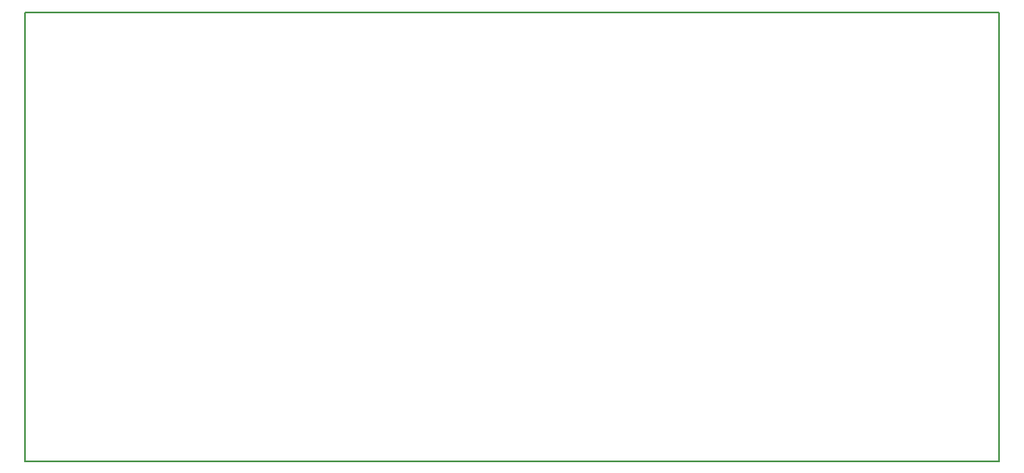
<source format=gbr>
G04 #@! TF.FileFunction,Profile,NP*
%FSLAX46Y46*%
G04 Gerber Fmt 4.6, Leading zero omitted, Abs format (unit mm)*
G04 Created by KiCad (PCBNEW 4.0.2-stable) date 8/08/2016 13:57:25*
%MOMM*%
G01*
G04 APERTURE LIST*
%ADD10C,0.100000*%
%ADD11C,0.150000*%
G04 APERTURE END LIST*
D10*
D11*
X121920000Y-66040000D02*
X121920000Y-20320000D01*
X22860000Y-66040000D02*
X22860000Y-20320000D01*
X121920000Y-66040000D02*
X22860000Y-66040000D01*
X22860000Y-20320000D02*
X121920000Y-20320000D01*
M02*

</source>
